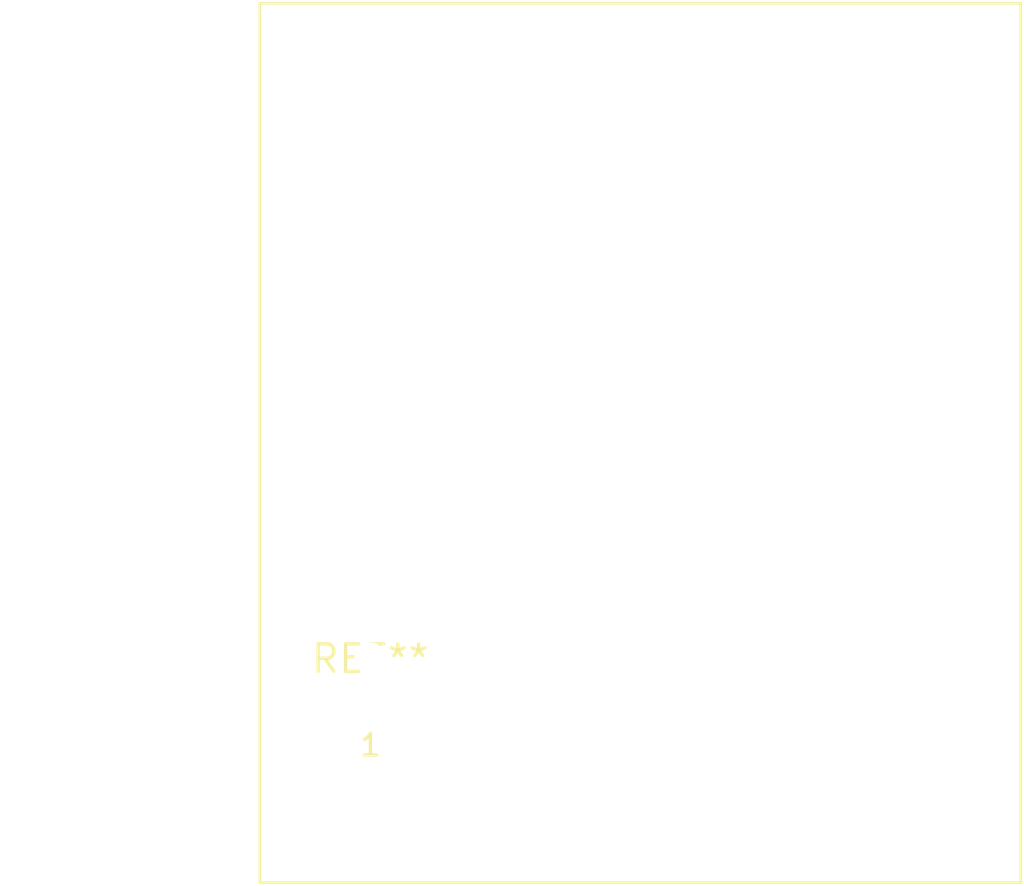
<source format=kicad_pcb>
(kicad_pcb (version 20240108) (generator pcbnew)
  (layers (0 "F.Cu" signal) (31 "B.Cu" signal) (34 "B.Paste" user) (35 "F.Paste" user) (36 "B.SilkS" user "B.Silkscreen") (37 "F.SilkS" user "F.Silkscreen") (38 "B.Mask" user) (39 "F.Mask" user) (44 "Edge.Cuts" user))
  (net 0 "")
  (footprint "Transformer_CHK_EI38-3VA_Neutral" (layer "F.Cu") (at 0 0)
    (property "Reference" "REF**")
    (property "Value" "Transformer_CHK_EI38-3VA_Neutral")
    (fp_line (start -5.12 -30.37) (end -5.12 10.37) (layer "F.SilkS") (stroke (width 0.12)))
    (fp_line (start -5.12 -30.37) (end 30.12 -30.37) (layer "F.SilkS") (stroke (width 0.12)))
    (fp_line (start 30.12 10.37) (end -5.12 10.37) (layer "F.SilkS") (stroke (width 0.12)))
    (fp_line (start 30.12 10.37) (end 30.12 -30.37) (layer "F.SilkS") (stroke (width 0.12)))
    (fp_text user "1" (at 0 4 0) (layer "F.SilkS"))
    (pad "1" thru_hole circle (at 0 0) (size 3 3) (drill 1.5) (layers *.Cu *.Mask) (remove_unused_layers))
    (pad "2" thru_hole circle (at 0 -5) (size 3 3) (drill 1.5) (layers *.Cu *.Mask) (remove_unused_layers))
    (pad "3" thru_hole circle (at 0 -10) (size 3 3) (drill 1.5) (layers *.Cu *.Mask) (remove_unused_layers))
    (pad "4" thru_hole circle (at 0 -15) (size 3 3) (drill 1.5) (layers *.Cu *.Mask) (remove_unused_layers))
    (pad "5" thru_hole circle (at 0 -20) (size 3 3) (drill 1.5) (layers *.Cu *.Mask) (remove_unused_layers))
    (pad "6" thru_hole circle (at 25 -20) (size 3 3) (drill 1.5) (layers *.Cu *.Mask) (remove_unused_layers))
    (pad "7" thru_hole circle (at 25 -15) (size 3 3) (drill 1.5) (layers *.Cu *.Mask) (remove_unused_layers))
    (pad "8" thru_hole circle (at 25 -10) (size 3 3) (drill 1.5) (layers *.Cu *.Mask) (remove_unused_layers))
    (pad "9" thru_hole circle (at 25 -5) (size 3 3) (drill 1.5) (layers *.Cu *.Mask) (remove_unused_layers))
    (pad "10" thru_hole circle (at 25 0) (size 3 3) (drill 1.5) (layers *.Cu *.Mask) (remove_unused_layers))
  )
)
</source>
